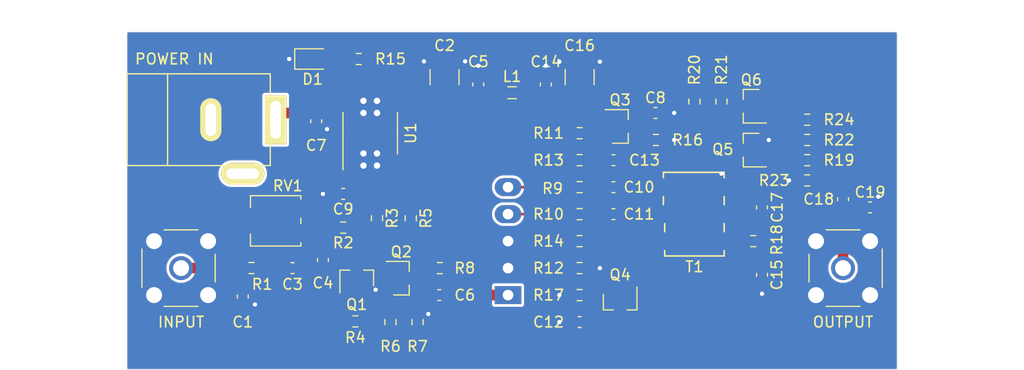
<source format=kicad_pcb>
(kicad_pcb (version 20221018) (generator pcbnew)
  (layers (0 "F.Cu" signal) (31 "B.Cu" signal) (34 "B.Paste" user) (35 "F.Paste" user) (36 "B.SilkS" user "B.Silkscreen") (37 "F.SilkS" user "F.Silkscreen") (38 "B.Mask" user) (39 "F.Mask" user) (44 "Edge.Cuts" user))
  (net 0 "")
  (net 1 "GND")
  (net 2 "Net-(J1-In)")
  (net 3 "+12V")
  (net 4 "Net-(Q1-B)")
  (net 5 "Net-(C3-Pad1)")
  (net 6 "Net-(C4-Pad1)")
  (net 7 "Net-(C6-Pad1)")
  (net 8 "Net-(Q2-E)")
  (net 9 "Net-(U1-IN)")
  (net 10 "Net-(Q3-C)")
  (net 11 "Net-(C10-Pad2)")
  (net 12 "Net-(Q3-B)")
  (net 13 "Net-(C11-Pad2)")
  (net 14 "Net-(Q4-B)")
  (net 15 "Net-(Q3-E)")
  (net 16 "Net-(C15-Pad1)")
  (net 17 "Net-(T1-AA)")
  (net 18 "Net-(Q5-B)")
  (net 19 "Net-(C18-Pad2)")
  (net 20 "Net-(J4-In)")
  (net 21 "Net-(D1-A)")
  (net 23 "Net-(J3-Pin_5)")
  (net 24 "Net-(R2-Pad2)")
  (net 25 "Net-(R4-Pad1)")
  (net 26 "Net-(R11-Pad2)")
  (net 27 "Net-(J3-Pin_4)")
  (net 28 "Net-(J3-Pin_1)")
  (net 29 "Net-(Q1-C)")
  (net 30 "Net-(Q2-C)")
  (net 31 "Net-(Q4-E)")
  (net 32 "Net-(Q5-C)")
  (net 33 "Net-(Q6-C)")
  (net 34 "Net-(Q6-E)")
  (net 35 "Net-(T1-SB)")
  (net 36 "Net-(R19-Pad1)")
  (footprint "Capacitor_SMD:C_0603_1608Metric" (layer "F.Cu") (at 120.1 104.275 -90)
    (fp_text reference "C1" (at 2.4 0 180) (layer "F.SilkS"))
    (fp_text value "10pF")
    (pad "1" smd roundrect (at -0.775 0 270) (size 0.9 0.95) (layers "F.Cu" "F.Paste" "F.Mask") (net 2 "Net-(J1-In)"))
    (pad "2" smd roundrect (at 0.775 0 270) (size 0.9 0.95) (layers "F.Cu" "F.Paste" "F.Mask") (net 1 "GND"))
  )
  (footprint "Capacitor_SMD:C_1210_3225Metric" (layer "F.Cu") (at 139.065 83.615 90)
    (fp_text reference "C2" (at 2.97 0 180) (layer "F.SilkS"))
    (fp_text value "10uF")
    (pad "1" smd roundrect (at -1.475 0 90) (size 1.15 2.7) (layers "F.Cu" "F.Paste" "F.Mask") (roundrect_rratio 0.2173904348) (net 3 "+12V"))
    (pad "2" smd roundrect (at 1.475 0 90) (size 1.15 2.7) (layers "F.Cu" "F.Paste" "F.Mask") (roundrect_rratio 0.2173904348) (net 1 "GND"))
  )
  (footprint "Capacitor_SMD:C_0603_1608Metric" (layer "F.Cu") (at 142.24 84.315 90)
    (fp_text reference "C5" (at 2.146 0 180) (layer "F.SilkS"))
    (fp_text value "0.1")
    (pad "1" smd roundrect (at -0.775 0 90) (size 0.9 0.95) (layers "F.Cu" "F.Paste" "F.Mask") (net 3 "+12V"))
    (pad "2" smd roundrect (at 0.775 0 90) (size 0.9 0.95) (layers "F.Cu" "F.Paste" "F.Mask") (net 1 "GND"))
  )
  (footprint "Capacitor_SMD:C_0603_1608Metric" (layer "F.Cu") (at 129.54 94.615 180)
    (fp_text reference "C9" (at 0 -1.43) (layer "F.SilkS"))
    (fp_text value "0.1")
    (pad "1" smd roundrect (at -0.775 0 180) (size 0.9 0.95) (layers "F.Cu" "F.Paste" "F.Mask") (net 3 "+12V"))
    (pad "2" smd roundrect (at 0.775 0 180) (size 0.9 0.95) (layers "F.Cu" "F.Paste" "F.Mask") (net 1 "GND"))
  )
  (footprint "Capacitor_SMD:C_0603_1608Metric" (layer "F.Cu") (at 138.57 104.14 180)
    (fp_text reference "C6" (at -2.4 0) (layer "F.SilkS"))
    (fp_text value "1nF")
    (pad "1" smd roundrect (at -0.775 0 180) (size 0.9 0.95) (layers "F.Cu" "F.Paste" "F.Mask") (net 7 "Net-(C6-Pad1)"))
    (pad "2" smd roundrect (at 0.775 0 180) (size 0.9 0.95) (layers "F.Cu" "F.Paste" "F.Mask") (net 8 "Net-(Q2-E)"))
  )
  (footprint "Capacitor_SMD:C_0603_1608Metric" (layer "F.Cu") (at 158.89 86.995)
    (fp_text reference "C8" (at 0 -1.43) (layer "F.SilkS"))
    (fp_text value "0.1")
    (pad "1" smd roundrect (at -0.775 0) (size 0.9 0.95) (layers "F.Cu" "F.Paste" "F.Mask") (net 10 "Net-(Q3-C)"))
    (pad "2" smd roundrect (at 0.775 0) (size 0.9 0.95) (layers "F.Cu" "F.Paste" "F.Mask") (net 1 "GND"))
  )
  (footprint "Capacitor_SMD:C_0603_1608Metric" (layer "F.Cu") (at 154.94 93.98 180)
    (fp_text reference "C10" (at -2.413 0) (layer "F.SilkS"))
    (fp_text value "270pF")
    (pad "1" smd roundrect (at -0.775 0 180) (size 0.9 0.95) (layers "F.Cu" "F.Paste" "F.Mask") (net 12 "Net-(Q3-B)"))
    (pad "2" smd roundrect (at 0.775 0 180) (size 0.9 0.95) (layers "F.Cu" "F.Paste" "F.Mask") (net 11 "Net-(C10-Pad2)"))
  )
  (footprint "Capacitor_SMD:C_0603_1608Metric" (layer "F.Cu") (at 154.94 96.52 180)
    (fp_text reference "C11" (at -2.413 0) (layer "F.SilkS"))
    (fp_text value "270pF")
    (pad "1" smd roundrect (at -0.775 0 180) (size 0.9 0.95) (layers "F.Cu" "F.Paste" "F.Mask") (net 14 "Net-(Q4-B)"))
    (pad "2" smd roundrect (at 0.775 0 180) (size 0.9 0.95) (layers "F.Cu" "F.Paste" "F.Mask") (net 13 "Net-(C11-Pad2)"))
  )
  (footprint "Capacitor_SMD:C_0603_1608Metric" (layer "F.Cu") (at 151.765 106.68 180)
    (fp_text reference "C12" (at 2.921 0) (layer "F.SilkS"))
    (fp_text value "0.1")
    (pad "1" smd roundrect (at -0.775 0 180) (size 0.9 0.95) (layers "F.Cu" "F.Paste" "F.Mask") (net 10 "Net-(Q3-C)"))
    (pad "2" smd roundrect (at 0.775 0 180) (size 0.9 0.95) (layers "F.Cu" "F.Paste" "F.Mask") (net 1 "GND"))
  )
  (footprint "Capacitor_SMD:C_0603_1608Metric" (layer "F.Cu") (at 154.94 91.44 180)
    (fp_text reference "C13" (at -2.921 0) (layer "F.SilkS"))
    (fp_text value "1nF")
    (pad "1" smd roundrect (at -0.775 0 180) (size 0.9 0.95) (layers "F.Cu" "F.Paste" "F.Mask") (net 17 "Net-(T1-AA)"))
    (pad "2" smd roundrect (at 0.775 0 180) (size 0.9 0.95) (layers "F.Cu" "F.Paste" "F.Mask") (net 15 "Net-(Q3-E)"))
  )
  (footprint "Capacitor_SMD:C_0603_1608Metric" (layer "F.Cu") (at 148.59 84.315 90)
    (fp_text reference "C14" (at 2.146 0 180) (layer "F.SilkS"))
    (fp_text value "0.1")
    (pad "1" smd roundrect (at -0.775 0 90) (size 0.9 0.95) (layers "F.Cu" "F.Paste" "F.Mask") (net 10 "Net-(Q3-C)"))
    (pad "2" smd roundrect (at 0.775 0 90) (size 0.9 0.95) (layers "F.Cu" "F.Paste" "F.Mask") (net 1 "GND"))
  )
  (footprint "Capacitor_SMD:C_0603_1608Metric" (layer "F.Cu") (at 168.91 102.235 -90)
    (fp_text reference "C15" (at 0 -1.397 90) (layer "F.SilkS"))
    (fp_text value "22pF")
    (pad "1" smd roundrect (at -0.775 0 270) (size 0.9 0.95) (layers "F.Cu" "F.Paste" "F.Mask") (net 16 "Net-(C15-Pad1)"))
    (pad "2" smd roundrect (at 0.775 0 270) (size 0.9 0.95) (layers "F.Cu" "F.Paste" "F.Mask") (net 1 "GND"))
  )
  (footprint "Capacitor_SMD:C_0603_1608Metric" (layer "F.Cu") (at 168.91 95.885 -90)
    (fp_text reference "C17" (at 0 -1.43 90) (layer "F.SilkS"))
    (fp_text value "1nF")
    (pad "1" smd roundrect (at -0.775 0 270) (size 0.9 0.95) (layers "F.Cu" "F.Paste" "F.Mask") (net 18 "Net-(Q5-B)"))
    (pad "2" smd roundrect (at 0.775 0 270) (size 0.9 0.95) (layers "F.Cu" "F.Paste" "F.Mask") (net 16 "Net-(C15-Pad1)"))
  )
  (footprint "Capacitor_SMD:C_0603_1608Metric" (layer "F.Cu") (at 176.53 95.11 90)
    (fp_text reference "C18" (at 0 -2.286 180) (layer "F.SilkS"))
    (fp_text value "1nF")
    (pad "1" smd roundrect (at -0.775 0 90) (size 0.9 0.95) (layers "F.Cu" "F.Paste" "F.Mask") (net 20 "Net-(J4-In)"))
    (pad "2" smd roundrect (at 0.775 0 90) (size 0.9 0.95) (layers "F.Cu" "F.Paste" "F.Mask") (net 19 "Net-(C18-Pad2)"))
  )
  (footprint "Capacitor_SMD:C_0603_1608Metric" (layer "F.Cu") (at 179.07 95.885)
    (fp_text reference "C19" (at 0 -1.43) (layer "F.SilkS"))
    (fp_text value "15pF")
    (pad "1" smd roundrect (at -0.775 0) (size 0.9 0.95) (layers "F.Cu" "F.Paste" "F.Mask") (net 20 "Net-(J4-In)"))
    (pad "2" smd roundrect (at 0.775 0) (size 0.9 0.95) (layers "F.Cu" "F.Paste" "F.Mask") (net 1 "GND"))
  )
  (footprint "Connector_Coaxial:SMA_Molex_73251-2200_Horizontal" (layer "F.Cu") (at 114.3 101.6 90)
    (fp_text reference "J1" hide)
    (fp_text value "INPUT" (at -5.08 0) (layer "F.SilkS"))
    (pad "1" thru_hole circle (at 0 0 90) (size 2.25 2.25) (drill 1.5) (layers "*.Cu" "*.Mask") (net 2 "Net-(J1-In)"))
    (pad "2" thru_hole circle (at -2.54 -2.54 90) (size 2.25 2.25) (drill 1.5) (layers "*.Cu" "*.Mask") (net 1 "GND"))
    (pad "2" thru_hole circle (at -2.54 2.54 90) (size 2.25 2.25) (drill 1.5) (layers "*.Cu" "*.Mask") (net 1 "GND"))
    (pad "2" thru_hole circle (at 2.54 -2.54 90) (size 2.25 2.25) (drill 1.5) (layers "*.Cu" "*.Mask") (net 1 "GND"))
    (pad "2" thru_hole circle (at 2.54 2.54 180) (size 2.25 2.25) (drill 1.5) (layers "*.Cu" "*.Mask") (net 1 "GND"))
  )
  (footprint "Connector_Coaxial:SMA_Molex_73251-2200_Horizontal" (layer "F.Cu") (at 176.53 101.6 -90)
    (fp_text reference "J4" hide)
    (fp_text value "OUTPUT" (at 5.08 0 180) (layer "F.SilkS"))
    (pad "1" thru_hole circle (at 0 0 270) (size 2.25 2.25) (drill 1.5) (layers "*.Cu" "*.Mask") (net 20 "Net-(J4-In)"))
    (pad "2" thru_hole circle (at -2.54 -2.54 270) (size 2.25 2.25) (drill 1.5) (layers "*.Cu" "*.Mask") (net 1 "GND"))
    (pad "2" thru_hole circle (at -2.54 2.54 270) (size 2.25 2.25) (drill 1.5) (layers "*.Cu" "*.Mask") (net 1 "GND"))
    (pad "2" thru_hole circle (at 2.54 -2.54 270) (size 2.25 2.25) (drill 1.5) (layers "*.Cu" "*.Mask") (net 1 "GND"))
    (pad "2" thru_hole circle (at 2.54 2.54) (size 2.25 2.25) (drill 1.5) (layers "*.Cu" "*.Mask") (net 1 "GND"))
  )
  (footprint "Package_TO_SOT_SMD:SOT-23" (layer "F.Cu") (at 130.81 102.55 90)
    (fp_text reference "Q1" (at -2.479 0 180) (layer "F.SilkS"))
    (fp_text value "MMBTH10LT1G")
    (pad "1" smd rect (at -1 -0.95 90) (size 0.9 0.8) (layers "F.Cu" "F.Paste" "F.Mask") (net 4 "Net-(Q1-B)"))
    (pad "2" smd rect (at -1 0.95 90) (size 0.9 0.8) (layers "F.Cu" "F.Paste" "F.Mask") (net 1 "GND"))
    (pad "3" smd rect (at 1 0 90) (size 0.9 0.8) (layers "F.Cu" "F.Paste" "F.Mask") (net 29 "Net-(Q1-C)"))
  )
  (footprint "Package_TO_SOT_SMD:SOT-23" (layer "F.Cu") (at 155.575 88.265)
    (fp_text reference "Q3" (at 0 -2.5) (layer "F.SilkS"))
    (fp_text value "MMBTH10LT1G")
    (pad "1" smd rect (at -1 -0.95) (size 0.9 0.8) (layers "F.Cu" "F.Paste" "F.Mask") (net 12 "Net-(Q3-B)"))
    (pad "2" smd rect (at -1 0.95) (size 0.9 0.8) (layers "F.Cu" "F.Paste" "F.Mask") (net 15 "Net-(Q3-E)"))
    (pad "3" smd rect (at 1 0) (size 0.9 0.8) (layers "F.Cu" "F.Paste" "F.Mask") (net 10 "Net-(Q3-C)"))
  )
  (footprint "Package_TO_SOT_SMD:SOT-23" (layer "F.Cu") (at 155.575 104.775 -90)
    (fp_text reference "Q4" (at -2.54 0 180) (layer "F.SilkS"))
    (fp_text value "MMBTH10LT1G")
    (pad "1" smd rect (at -1 -0.95 270) (size 0.9 0.8) (layers "F.Cu" "F.Paste" "F.Mask") (net 14 "Net-(Q4-B)"))
    (pad "2" smd rect (at -1 0.95 270) (size 0.9 0.8) (layers "F.Cu" "F.Paste" "F.Mask") (net 31 "Net-(Q4-E)"))
    (pad "3" smd rect (at 1 0 270) (size 0.9 0.8) (layers "F.Cu" "F.Paste" "F.Mask") (net 10 "Net-(Q3-C)"))
  )
  (footprint "Package_TO_SOT_SMD:SOT-23" (layer "F.Cu") (at 167.91 90.49 180)
    (fp_text reference "Q5" (at 2.683 0.066) (layer "F.SilkS"))
    (fp_text value "MMBTH10LT1G")
    (pad "1" smd rect (at -1 -0.95 180) (size 0.9 0.8) (layers "F.Cu" "F.Paste" "F.Mask") (net 18 "Net-(Q5-B)"))
    (pad "2" smd rect (at -1 0.95 180) (size 0.9 0.8) (layers "F.Cu" "F.Paste" "F.Mask") (net 1 "GND"))
    (pad "3" smd rect (at 1 0 180) (size 0.9 0.8) (layers "F.Cu" "F.Paste" "F.Mask") (net 32 "Net-(Q5-C)"))
  )
  (footprint "Resistor_SMD:R_0603_1608Metric" (layer "F.Cu") (at 120.925 101.595 180)
    (fp_text reference "R1" (at -0.995 -1.529) (layer "F.SilkS"))
    (fp_text value "47")
    (pad "1" smd roundrect (at -0.825 0 180) (size 0.8 0.95) (layers "F.Cu" "F.Paste" "F.Mask") (net 5 "Net-(C3-Pad1)"))
    (pad "2" smd roundrect (at 0.825 0 180) (size 0.8 0.95) (layers "F.Cu" "F.Paste" "F.Mask") (net 2 "Net-(J1-In)"))
  )
  (footprint "Resistor_SMD:R_0603_1608Metric" (layer "F.Cu") (at 129.54 97.79 180)
    (fp_text reference "R2" (at 0 -1.43) (layer "F.SilkS"))
    (fp_text value "150")
    (pad "1" smd roundrect (at -0.825 0 180) (size 0.8 0.95) (layers "F.Cu" "F.Paste" "F.Mask") (net 29 "Net-(Q1-C)"))
    (pad "2" smd roundrect (at 0.825 0 180) (size 0.8 0.95) (layers "F.Cu" "F.Paste" "F.Mask") (net 24 "Net-(R2-Pad2)"))
  )
  (footprint "Resistor_SMD:R_0603_1608Metric" (layer "F.Cu") (at 132.715 96.901 -90)
    (fp_text reference "R3" (at 0 -1.43 90) (layer "F.SilkS"))
    (fp_text value "270")
    (pad "1" smd roundrect (at -0.825 0 270) (size 0.8 0.95) (layers "F.Cu" "F.Paste" "F.Mask") (net 3 "+12V"))
    (pad "2" smd roundrect (at 0.825 0 270) (size 0.8 0.95) (layers "F.Cu" "F.Paste" "F.Mask") (net 29 "Net-(Q1-C)"))
  )
  (footprint "Resistor_SMD:R_0603_1608Metric" (layer "F.Cu") (at 130.6825 106.6165 180)
    (fp_text reference "R4" (at 0 -1.524) (layer "F.SilkS"))
    (fp_text value "390")
    (pad "1" smd roundrect (at -0.825 0 180) (size 0.8 0.95) (layers "F.Cu" "F.Paste" "F.Mask") (net 25 "Net-(R4-Pad1)"))
    (pad "2" smd roundrect (at 0.825 0 180) (size 0.8 0.95) (layers "F.Cu" "F.Paste" "F.Mask") (net 4 "Net-(Q1-B)"))
  )
  (footprint "Resistor_SMD:R_0603_1608Metric" (layer "F.Cu") (at 135.89 96.901 -90)
    (fp_text reference "R5" (at 0 -1.43 90) (layer "F.SilkS"))
    (fp_text value "10")
    (pad "1" smd roundrect (at -0.825 0 270) (size 0.8 0.95) (layers "F.Cu" "F.Paste" "F.Mask") (net 3 "+12V"))
    (pad "2" smd roundrect (at 0.825 0 270) (size 0.8 0.95) (layers "F.Cu" "F.Paste" "F.Mask") (net 30 "Net-(Q2-C)"))
  )
  (footprint "Resistor_SMD:R_0603_1608Metric" (layer "F.Cu") (at 133.985 106.68 -90)
    (fp_text reference "R6" (at 2.286 0 180) (layer "F.SilkS"))
    (fp_text value "120")
    (pad "1" smd roundrect (at -0.825 0 270) (size 0.8 0.95) (layers "F.Cu" "F.Paste" "F.Mask") (net 8 "Net-(Q2-E)"))
    (pad "2" smd roundrect (at 0.825 0 270) (size 0.8 0.95) (layers "F.Cu" "F.Paste" "F.Mask") (net 25 "Net-(R4-Pad1)"))
  )
  (footprint "Resistor_SMD:R_0603_1608Metric" (layer "F.Cu") (at 136.525 106.68 90)
    (fp_text reference "R7" (at -2.286 0 180) (layer "F.SilkS"))
    (fp_text value "20")
    (pad "1" smd roundrect (at -0.825 0 90) (size 0.8 0.95) (layers "F.Cu" "F.Paste" "F.Mask") (net 25 "Net-(R4-Pad1)"))
    (pad "2" smd roundrect (at 0.825 0 90) (size 0.8 0.95) (layers "F.Cu" "F.Paste" "F.Mask") (net 1 "GND"))
  )
  (footprint "Resistor_SMD:R_0603_1608Metric" (layer "F.Cu") (at 138.62 101.6 180)
    (fp_text reference "R8" (at -2.35 0) (layer "F.SilkS"))
    (fp_text value "47")
    (pad "1" smd roundrect (at -0.825 0 180) (size 0.8 0.95) (layers "F.Cu" "F.Paste" "F.Mask") (net 28 "Net-(J3-Pin_1)"))
    (pad "2" smd roundrect (at 0.825 0 180) (size 0.8 0.95) (layers "F.Cu" "F.Paste" "F.Mask") (net 7 "Net-(C6-Pad1)"))
  )
  (footprint "Resistor_SMD:R_0603_1608Metric" (layer "F.Cu") (at 151.765 93.98 180)
    (fp_text reference "R9" (at 2.54 -0.127) (layer "F.SilkS"))
    (fp_text value "91")
    (pad "1" smd roundrect (at -0.825 0 180) (size 0.8 0.95) (layers "F.Cu" "F.Paste" "F.Mask") (net 11 "Net-(C10-Pad2)"))
    (pad "2" smd roundrect (at 0.825 0 180) (size 0.8 0.95) (layers "F.Cu" "F.Paste" "F.Mask") (net 23 "Net-(J3-Pin_5)"))
  )
  (footprint "Resistor_SMD:R_0603_1608Metric" (layer "F.Cu") (at 151.765 88.9 180)
    (fp_text reference "R11" (at 2.921 0) (layer "F.SilkS"))
    (fp_text value "2K2")
    (pad "1" smd roundrect (at -0.825 0 180) (size 0.8 0.95) (layers "F.Cu" "F.Paste" "F.Mask") (net 10 "Net-(Q3-C)"))
    (pad "2" smd roundrect (at 0.825 0 180) (size 0.8 0.95) (layers "F.Cu" "F.Paste" "F.Mask") (net 26 "Net-(R11-Pad2)"))
  )
  (footprint "Resistor_SMD:R_0603_1608Metric" (layer "F.Cu") (at 151.765 101.6)
    (fp_text reference "R12" (at -2.921 0) (layer "F.SilkS"))
    (fp_text value "3K3")
    (pad "1" smd roundrect (at -0.825 0) (size 0.8 0.95) (layers "F.Cu" "F.Paste" "F.Mask") (net 26 "Net-(R11-Pad2)"))
    (pad "2" smd roundrect (at 0.825 0) (size 0.8 0.95) (layers "F.Cu" "F.Paste" "F.Mask") (net 1 "GND"))
  )
  (footprint "Resistor_SMD:R_0603_1608Metric" (layer "F.Cu") (at 151.765 99.06 180)
    (fp_text reference "R14" (at 2.921 0) (layer "F.SilkS"))
    (fp_text value "1K2")
    (pad "1" smd roundrect (at -0.825 0 180) (size 0.8 0.95) (layers "F.Cu" "F.Paste" "F.Mask") (net 14 "Net-(Q4-B)"))
    (pad "2" smd roundrect (at 0.825 0 180) (size 0.8 0.95) (layers "F.Cu" "F.Paste" "F.Mask") (net 26 "Net-(R11-Pad2)"))
  )
  (footprint "Resistor_SMD:R_0603_1608Metric" (layer "F.Cu") (at 151.765 104.14)
    (fp_text reference "R17" (at -2.921 0) (layer "F.SilkS"))
    (fp_text value "2K7")
    (pad "1" smd roundrect (at -0.825 0) (size 0.8 0.95) (layers "F.Cu" "F.Paste" "F.Mask") (net 1 "GND"))
    (pad "2" smd roundrect (at 0.825 0) (size 0.8 0.95) (layers "F.Cu" "F.Paste" "F.Mask") (net 31 "Net-(Q4-E)"))
  )
  (footprint "Resistor_SMD:R_0603_1608Metric" (layer "F.Cu") (at 168.085 99.06 180)
    (fp_text reference "R18" (at -2.222 0.127 90) (layer "F.SilkS"))
    (fp_text value "47")
    (pad "1" smd roundrect (at -0.825 0 180) (size 0.8 0.95) (layers "F.Cu" "F.Paste" "F.Mask") (net 16 "Net-(C15-Pad1)"))
    (pad "2" smd roundrect (at 0.825 0 180) (size 0.8 0.95) (layers "F.Cu" "F.Paste" "F.Mask") (net 35 "Net-(T1-SB)"))
  )
  (footprint "Resistor_SMD:R_0603_1608Metric" (layer "F.Cu") (at 173.165 89.535)
    (fp_text reference "R22" (at 2.984 0) (layer "F.SilkS"))
    (fp_text value "270")
    (pad "1" smd roundrect (at -0.825 0) (size 0.8 0.95) (layers "F.Cu" "F.Paste" "F.Mask") (net 34 "Net-(Q6-E)"))
    (pad "2" smd roundrect (at 0.825 0) (size 0.8 0.95) (layers "F.Cu" "F.Paste" "F.Mask") (net 36 "Net-(R19-Pad1)"))
  )
  (footprint "Resistor_SMD:R_0603_1608Metric" (layer "F.Cu") (at 173.165 93.345 180)
    (fp_text reference "R23" (at 3.112 0) (layer "F.SilkS"))
    (fp_text value "39")
    (pad "1" smd roundrect (at -0.825 0 180) (size 0.8 0.95) (layers "F.Cu" "F.Paste" "F.Mask") (net 36 "Net-(R19-Pad1)"))
    (pad "2" smd roundrect (at 0.825 0 180) (size 0.8 0.95) (layers "F.Cu" "F.Paste" "F.Mask") (net 1 "GND"))
  )
  (footprint "Potentiometer_SMD:Potentiometer_Bourns_3314G_Vertical" (layer "F.Cu") (at 123.19 97.155 -90)
    (fp_text reference "RV1" (at -3.302 -1.143 180) (layer "F.SilkS"))
    (fp_text value "220")
    (pad "1" smd rect (at 1.15 -2.75 270) (size 1.3 1.3) (layers "F.Cu" "F.Paste" "F.Mask") (net 6 "Net-(C4-Pad1)"))
    (pad "2" smd rect (at 0 2.75 270) (size 2 1.3) (layers "F.Cu" "F.Paste" "F.Mask") (net 24 "Net-(R2-Pad2)"))
    (pad "3" smd rect (at -1.15 -2.75 270) (size 1.3 1.3) (layers "F.Cu" "F.Paste" "F.Mask") (net 24 "Net-(R2-Pad2)"))
  )
  (footprint "ADT4:ADT4" (layer "F.Cu") (at 162.56 96.52 -90)
    (fp_text reference "T1" (at 4.953 0 180) (layer "F.SilkS"))
    (fp_text value "ADT2-1T+")
    (pad "1" smd rect (at -2.54 2.54 270) (size 1.65 2.54) (layers "F.Cu" "F.Paste" "F.Mask") (net 17 "Net-(T1-AA)"))
    (pad "2" smd rect (at 0 2.54 270) (size 1.65 2.54) (layers "F.Cu" "F.Paste" "F.Mask"))
    (pad "3" smd rect (at 2.54 2.54 270) (size 1.65 2.54) (layers "F.Cu" "F.Paste" "F.Mask") (net 31 "Net-(Q4-E)"))
    (pad "4" smd rect (at 2.54 -2.54 270) (size 1.65 2.54) (layers "F.Cu" "F.Paste" "F.Mask") (net 35 "Net-(T1-SB)"))
    (pad "5" smd rect (at 0 -2.54 270) (size 1.65 2.54) (layers "F.Cu" "F.Paste" "F.Mask"))
    (pad "6" smd rect (at -2.54 -2.54 270) (size 1.65 2.54) (layers "F.Cu" "F.Paste" "F.Mask") (net 1 "GND"))
  )
  (footprint "Capacitor_SMD:C_0603_1608Metric" (layer "F.Cu") (at 127 87.77 -90)
    (fp_text reference "C7" (at 2.273 0 180) (layer "F.SilkS"))
    (fp_text value "0.1")
    (pad "1" smd roundrect (at -0.775 0 270) (size 0.9 0.95) (layers "F.Cu" "F.Paste" "F.Mask") (net 9 "Net-(U1-IN)"))
    (pad "2" smd roundrect (at 0.775 0 270) (size 0.9 0.95) (layers "F.Cu" "F.Paste" "F.Mask") (net 1 "GND"))
  )
  (footprint "DC_JACK:DC_JACK" (layer "F.Cu") (at 109.22 87.63 90)
    (fp_text reference "J2" hide)
    (fp_text value "POWER IN" (at 5.715 4.445 180) (layer "F.SilkS"))
    (pad "1" thru_hole rect (at 0 13.97) (size 1.99898 4.5593) (drill oval 1.00076 3.56108) (layers "*.Cu" "*.Mask" "F.SilkS") (net 9 "Net-(U1-IN)"))
    (pad "2" thru_hole oval (at 0 7.874) (size 1.99898 4.0513) (drill oval 1.00076 3.05054) (layers "*.Cu" "*.Mask" "F.SilkS") (net 1 "GND"))
    (pad "3" thru_hole oval (at -5.08 10.87374) (size 4.0513 1.99898) (drill oval 3.05054 1.00076) (layers "*.Cu" "*.Mask" "F.SilkS"))
  )
  (footprint "Package_SO:SOIC-8_3.9x4.9mm_P1.27mm" (layer "F.Cu") (at 132.08 88.9 90)
    (fp_text reference "U1" (at 0 3.81 270) (layer "F.SilkS"))
    (fp_text value "L78L12_SO8")
    (pad "1" smd roundrect (at -2.475 -1.905 90) (size 1.95 0.6) (layers "F.Cu" "F.Paste" "F.Mask") (net 3 "+12V"))
    (pad "2" smd roundrect (at -2.475 -0.635 90) (size 1.95 0.6) (layers "F.Cu" "F.Paste" "F.Mask") (net 1 "GND"))
    (pad "3" smd roundrect (at -2.475 0.635 90) (size 1.95 0.6) (layers "F.Cu" "F.Paste" "F.Mask") (net 1 "GND"))
    (pad "4" smd roundrect (at -2.475 1.905 90) (size 1.95 0.6) (layers "F.Cu" "F.Paste" "F.Mask"))
    (pad "5" smd roundrect (at 2.475 1.905 90) (size 1.95 0.6) (layers "F.Cu" "F.Paste" "F.Mask"))
    (pad "6" smd roundrect (at 2.475 0.635 90) (size 1.95 0.6) (layers "F.Cu" "F.Paste" "F.Mask") (net 1 "GND"))
    (pad "7" smd roundrect (at 2.475 -0.635 90) (size 1.95 0.6) (layers "F.Cu" "F.Paste" "F.Mask") (net 1 "GND"))
    (pad "8" smd roundrect (at 2.475 -1.905 90) (size 1.95 0.6) (layers "F.Cu" "F.Paste" "F.Mask") (net 9 "Net-(U1-IN)"))
  )
  (footprint "Capacitor_SMD:C_0603_1608Metric" (layer "F.Cu") (at 127.635 100.825 -90)
    (fp_text reference "C4" (at 2.172 0 180) (layer "F.SilkS"))
    (fp_text value "10nF")
    (pad "1" smd roundrect (at -0.775 0 270) (size 0.9 0.95) (layers "F.Cu" "F.Paste" "F.Mask") (net 6 "Net-(C4-Pad1)"))
    (pad "2" smd roundrect (at 0.775 0 270) (size 0.9 0.95) (layers "F.Cu" "F.Paste" "F.Mask") (net 4 "Net-(Q1-B)"))
  )
  (footprint "Resistor_SMD:R_0603_1608Metric" (layer "F.Cu") (at 151.765 96.52 180)
    (fp_text reference "R10" (at 2.921 0) (layer "F.SilkS"))
    (fp_text value "91")
    (pad "1" smd roundrect (at -0.825 0 180) (size 0.8 0.95) (layers "F.Cu" "F.Paste" "F.Mask") (net 13 "Net-(C11-Pad2)"))
    (pad "2" smd roundrect (at 0.825 0 180) (size 0.8 0.95) (layers "F.Cu" "F.Paste" "F.Mask") (net 27 "Net-(J3-Pin_4)"))
  )
  (footprint "Resistor_SMD:R_0603_1608Metric" (layer "F.Cu") (at 173.165 87.63 180)
    (fp_text reference "R24" (at -2.984 0) (layer "F.SilkS"))
    (fp_text value "47")
    (pad "1" smd roundrect (at -0.825 0 180) (size 0.8 0.95) (layers "F.Cu" "F.Paste" "F.Mask") (net 19 "Net-(C18-Pad2)"))
    (pad "2" smd roundrect (at 0.825 0 180) (size 0.8 0.95) (layers "F.Cu" "F.Paste" "F.Mask") (net 34 "Net-(Q6-E)"))
  )
  (footprint "Resistor_SMD:R_0603_1608Metric" (layer "F.Cu") (at 158.94 89.535 180)
    (fp_text reference "R16" (at -2.985 0) (layer "F.SilkS"))
    (fp_text value "2K7")
    (pad "1" smd roundrect (at -0.825 0 180) (size 0.8 0.95) (layers "F.Cu" "F.Paste" "F.Mask") (net 1 "GND"))
    (pad "2" smd roundrect (at 0.825 0 180) (size 0.8 0.95) (layers "F.Cu" "F.Paste" "F.Mask") (net 15 "Net-(Q3-E)"))
  )
  (footprint "Resistor_SMD:R_0603_1608Metric" (layer "F.Cu") (at 173.165 91.44 180)
    (fp_text reference "R19" (at -2.984 0) (layer "F.SilkS"))
    (fp_text value "56")
    (pad "1" smd roundrect (at -0.825 0 180) (size 0.8 0.95) (layers "F.Cu" "F.Paste" "F.Mask") (net 36 "Net-(R19-Pad1)"))
    (pad "2" smd roundrect (at 0.825 0 180) (size 0.8 0.95) (layers "F.Cu" "F.Paste" "F.Mask") (net 18 "Net-(Q5-B)"))
  )
  (footprint "Package_TO_SOT_SMD:SOT-23" (layer "F.Cu") (at 167.91 86.36 180)
    (fp_text reference "Q6" (at 0 2.479) (layer "F.SilkS"))
    (fp_text value "MMBTH10LT1G")
    (pad "1" smd rect (at -1 -0.95 180) (size 0.9 0.8) (layers "F.Cu" "F.Paste" "F.Mask") (net 32 "Net-(Q5-C)"))
    (pad "2" smd rect (at -1 0.95 180) (size 0.9 0.8) (layers "F.Cu" "F.Paste" "F.Mask") (net 34 "Net-(Q6-E)"))
    (pad "3" smd rect (at 1 0 180) (size 0.9 0.8) (layers "F.Cu" "F.Paste" "F.Mask") (net 33 "Net-(Q6-C)"))
  )
  (footprint "Resistor_SMD:R_0603_1608Metric" (layer "F.Cu") (at 162.56 85.915 90)
    (fp_text reference "R20" (at 2.985 0 90) (layer "F.SilkS"))
    (fp_text value "560")
    (pad "1" smd roundrect (at -0.825 0 90) (size 0.8 0.95) (layers "F.Cu" "F.Paste" "F.Mask") (net 32 "Net-(Q5-C)"))
    (pad "2" smd roundrect (at 0.825 0 90) (size 0.8 0.95) (layers "F.Cu" "F.Paste" "F.Mask") (net 10 "Net-(Q3-C)"))
  )
  (footprint "Resistor_SMD:R_0603_1608Metric" (layer "F.Cu") (at 151.765 91.44 180)
    (fp_text reference "R13" (at 2.921 0) (layer "F.SilkS"))
    (fp_text value "1K2")
    (pad "1" smd roundrect (at -0.825 0 180) (size 0.8 0.95) (layers "F.Cu" "F.Paste" "F.Mask") (net 12 "Net-(Q3-B)"))
    (pad "2" smd roundrect (at 0.825 0 180) (size 0.8 0.95) (layers "F.Cu" "F.Paste" "F.Mask") (net 26 "Net-(R11-Pad2)"))
  )
  (footprint "Capacitor_SMD:C_1210_3225Metric" (layer "F.Cu") (at 151.765 83.615 90)
    (fp_text reference "C16" (at 2.97 0 180) (layer "F.SilkS"))
    (fp_text value "10uF")
    (pad "1" smd roundrect (at -1.475 0 90) (size 1.15 2.7) (layers "F.Cu" "F.Paste" "F.Mask") (roundrect_rratio 0.2173904348) (net 10 "Net-(Q3-C)"))
    (pad "2" smd roundrect (at 1.475 0 90) (size 1.15 2.7) (layers "F.Cu" "F.Paste" "F.Mask") (roundrect_rratio 0.2173904348) (net 1 "GND"))
  )
  (footprint "Package_TO_SOT_SMD:SOT-23" (layer "F.Cu") (at 134.985 102.55)
    (fp_text reference "Q2" (at 0.016 -2.474) (layer "F.SilkS"))
    (fp_text value "MMBTH10LT1G")
    (pad "1" smd rect (at -1 -0.95) (size 0.9 0.8) (layers "F.Cu" "F.Paste" "F.Mask") (net 29 "Net-(Q1-C)"))
    (pad "2" smd rect (at -1 0.95) (size 0.9 0.8) (layers "F.Cu" "F.Paste" "F.Mask") (net 8 "Net-(Q2-E)"))
    (pad "3" smd rect (at 1 0) (size 0.9 0.8) (layers "F.Cu" "F.Paste" "F.Mask") (net 30 "Net-(Q2-C)"))
  )
  (footprint "Connector_PinSocket_2.54mm:PinSocket_1x05_P2.54mm_Vertical" (layer "F.Cu") (at 145.034 104.14 180)
    (fp_text reference "J3" hide)
    (fp_text value "SAWF")
    (pad "1" thru_hole rect (at 0 0 180) (size 2.5 1.7) (drill 1) (layers "*.Cu" "*.Mask") (net 28 "Net-(J3-Pin_1)"))
    (pad "2" thru_hole oval (at 0 2.54 180) (size 2.5 1.7) (drill 1) (layers "*.Cu" "*.Mask") (net 1 "GND"))
    (pad "3" thru_hole oval (at 0 5.08 180) (size 2.5 1.7) (drill 1) (layers "*.Cu" "*.Mask") (net 1 "GND"))
    (pad "4" thru_hole oval (at 0 7.62 180) (size 2.5 1.7) (drill 1) (layers "*.Cu" "*.Mask") (net 27 "Net-(J3-Pin_4)"))
    (pad "5" thru_hole oval (at 0 10.16 180) (size 2.5 1.7) (drill 1) (layers "*.Cu" "*.Mask") (net 23 "Net-(J3-Pin_5)"))
  )
  (footprint "LED_SMD:LED_0805_2012Metric" (layer "F.Cu") (at 126.6675 81.915)
    (fp_text reference "D1" (at 0 1.905) (layer "F.SilkS"))
    (fp_text value "LED")
    (pad "1" smd roundrect (at -0.9375 0) (size 0.975 1.4) (layers "F.Cu" "F.Paste" "F.Mask") (net 1 "GND"))
    (pad "2" smd roundrect (at 0.9375 0) (size 0.975 1.4) (layers "F.Cu" "F.Paste" "F.Mask") (net 21 "Net-(D1-A)"))
  )
  (footprint "Resistor_SMD:R_0603_1608Metric" (layer "F.Cu") (at 131 81.915 180)
    (fp_text reference "R15" (at -2.985 0) (layer "F.SilkS"))
    (fp_text value "R")
    (pad "1" smd roundrect (at -0.825 0 180) (size 0.8 0.95) (layers "F.Cu" "F.Paste" "F.Mask") (net 3 "+12V"))
    (pad "2" smd roundrect (at 0.825 0 180) (size 0.8 0.95) (layers "F.Cu" "F.Paste" "F.Mask") (net 21 "Net-(D1-A)"))
  )
  (footprint "Resistor_SMD:R_0603_1608Metric" (layer "F.Cu") (at 165.1 85.915 -90)
    (fp_text reference "R21" (at -2.985 0 90) (layer "F.SilkS"))
    (fp_text value "10")
    (pad "1" smd roundrect (at -0.825 0 270) (size 0.8 0.95) (layers "F.Cu" "F.Paste" "F.Mask") (net 10 "Net-(Q3-C)"))
    (pad "2" smd roundrect (at 0.825 0 270) (size 0.8 0.95) (layers "F.Cu" "F.Paste" "F.Mask") (net 33 "Net-(Q6-C)"))
  )
  (footprint "Inductor_SMD:L_0805_2012Metric" (layer "F.Cu") (at 145.415 85.09)
    (fp_text reference "L1" (at 0 -1.524) (layer "F.SilkS"))
    (fp_text value "4.7uH")
    (pad "1" smd roundrect (at -1.0625 0) (size 0.875 1.2) (layers "F.Cu" "F.Paste" "F.Mask") (net 3 "+12V"))
    (pad "2" smd roundrect (at 1.0625 0) (size 0.875 1.2) (layers "F.Cu" "F.Paste" "F.Mask") (net 10 "Net-(Q3-C)"))
  )
  (footprint "Capacitor_SMD:C_0603_1608Metric" (layer "F.Cu") (at 124.775 101.6)
    (fp_text reference "C3" (at 0 1.524) (layer "F.SilkS"))
    (fp_text value "1nF")
    (pad "1" smd roundrect (at -0.775 0) (size 0.9 0.95) (layers "F.Cu" "F.Paste" "F.Mask") (net 5 "Net-(C3-Pad1)"))
    (pad "2" smd roundrect (at 0.775 0) (size 0.9 0.95) (layers "F.Cu" "F.Paste" "F.Mask") (net 4 "Net-(Q1-B)"))
  )
  (gr_line (start 109.22 111.125) (end 109.22 79.375) (stroke (width 0.05)) (layer "Edge.Cuts"))
  (gr_line (start 180.975 79.375) (end 181.61 79.375) (stroke (width 0.05)) (layer "Edge.Cuts"))
  (gr_line (start 181.61 79.375) (end 181.61 111.125) (stroke (width 0.05)) (layer "Edge.Cuts"))
  (gr_line (start 109.22 79.375) (end 180.975 79.375) (stroke (width 0.05)) (layer "Edge.Cuts"))
  (gr_line (start 181.61 111.125) (end 109.22 111.125) (stroke (width 0.05)) (layer "Edge.Cuts"))
  (segment (start 168.91 104.013) (end 168.91 103.01) (width 1) (layer "F.Cu") (net 1))
  (segment (start 137.478 105.855) (end 137.541 105.918) (width 1) (layer "F.Cu") (net 1))
  (segment (start 132.715 91.375) (end 132.715 90.805016) (width 1) (layer "F.Cu") (net 1))
  (segment (start 150.94 106.68) (end 149.86 106.68) (width 0.25) (layer "F.Cu") (net 1))
  (segment (start 165.1 93.98) (end 165.1 92.71) (width 1) (layer "F.Cu") (net 1))
  (segment (start 153.641 82.14) (end 153.67 82.169) (width 1) (layer "F.Cu") (net 1))
  (segment (start 132.715 86.425) (end 132.715 85.851978) (width 1) (layer "F.Cu") (net 1))
  (segment (start 168.91 89.54) (end 169.54 89.54) (width 0.25) (layer "F.Cu") (net 1))
  (segment (start 131.445 91.375) (end 131.445 91.948) (width 1) (layer "F.Cu") (net 1))
  (segment (start 139.065 82.14) (end 140.999 82.14) (width 1) (layer "F.Cu") (net 1))
  (segment (start 148.59 83.54) (end 148.59 82.55) (width 1) (layer "F.Cu") (net 1))
  (segment (start 120.1 105.05) (end 121.217 105.05) (width 1) (layer "F.Cu") (net 1))
  (segment (start 149.888992 82.14) (end 149.859992 82.169) (width 1) (layer "F.Cu") (net 1))
  (segment (start 131.445 90.80501) (end 131.44499 90.805) (width 1) (layer "F.Cu") (net 1))
  (segment (start 160.655 86.995) (end 159.665 86.995) (width 0.25) (layer "F.Cu") (net 1))
  (segment (start 179.845 94.882012) (end 179.831988 94.869) (width 1) (layer "F.Cu") (net 1))
  (segment (start 172.34 93.345) (end 171.45 93.345) (width 1) (layer "F.Cu") (net 1))
  (segment (start 136.525 105.855) (end 137.478 105.855) (width 1) (layer "F.Cu") (net 1))
  (segment (start 149.86 104.14) (end 150.99 104.14) (width 0.25) (layer "F.Cu") (net 1))
  (segment (start 151.765 82.14) (end 149.888992 82.14) (width 1) (layer "F.Cu") (net 1))
  (segment (start 121.217 105.05) (end 121.243 105.024) (width 1) (layer "F.Cu") (net 1))
  (segment (start 128.765 94.615) (end 127.635 94.615) (width 1) (layer "F.Cu") (net 1))
  (segment (start 127.026 88.519) (end 127 88.545) (width 1) (layer "F.Cu") (net 1))
  (segment (start 131.445 86.425) (end 131.445 85.85199) (width 1) (layer "F.Cu") (net 1))
  (segment (start 142.24 83.54) (end 142.24 83.381) (width 0.25) (layer "F.Cu") (net 1))
  (segment (start 131.445 91.375) (end 131.445 90.80501) (width 1) (layer "F.Cu") (net 1))
  (segment (start 132.506 103.55) (end 132.588 103.632) (width 1) (layer "F.Cu") (net 1))
  (segment (start 128.016 88.519) (end 127.026 88.519) (width 1) (layer "F.Cu") (net 1))
  (segment (start 132.715 91.375) (end 132.715 91.948) (width 1) (layer "F.Cu") (net 1))
  (segment (start 131.445 86.425) (end 131.445 86.995) (width 1) (layer "F.Cu") (net 1))
  (segment (start 142.24 83.54) (end 142.24 82.55) (width 1) (layer "F.Cu") (net 1))
  (segment (start 148.59 83.54) (end 148.59 83.438992) (width 0.25) (layer "F.Cu") (net 1))
  (segment (start 160.655 89.535) (end 159.765 89.535) (width 0.25) (layer "F.Cu") (net 1))
  (segment (start 152.59 101.6) (end 153.67 101.6) (width 0.25) (layer "F.Cu") (net 1))
  (segment (start 179.845 95.885) (end 179.845 94.882012) (width 1) (layer "F.Cu") (net 1))
  (segment (start 125.73 81.915) (end 124.46 81.915) (width 0.25) (layer "F.Cu") (net 1))
  (segment (start 151.765 82.14) (end 153.641 82.14) (width 1) (layer "F.Cu") (net 1))
  (segment (start 132.715 86.99499) (end 132.71501 86.995) (width 1) (layer "F.Cu") (net 1))
  (segment (start 169.54 89.54) (end 169.545 89.535) (width 0.25) (layer "F.Cu") (net 1))
  (segment (start 132.715 86.425) (end 132.715 86.99499) (width 1) (layer "F.Cu") (net 1))
  (segment (start 139.065 82.14) (end 137.131 82.14) (width 1) (layer "F.Cu") (net 1))
  (segment (start 131.76 103.55) (end 132.506 103.55) (width 1) (layer "F.Cu") (net 1))
  (via (at 153.67 82.169) (size 0.8) (drill 0.4) (layers "F.Cu" "B.Cu") (net 1))
  (via (at 171.45 93.345) (size 0.8) (drill 0.4) (layers "F.Cu" "B.Cu") (net 1))
  (via (at 124.46 81.915) (size 0.8) (drill 0.4) (layers "F.Cu" "B.Cu") (net 1))
  (via (at 131.445 91.948) (size 0.8) (drill 0.6) (layers "F.Cu" "B.Cu") (net 1))
  (via (at 160.655 89.535) (size 0.8) (drill 0.4) (layers "F.Cu" "B.Cu") (net 1))
  (via (at 131.44499 90.805) (size 0.8) (drill 0.6) (layers "F.Cu" "B.Cu") (net 1))
  (via (at 169.545 89.535) (size 0.8) (drill 0.4) (layers "F.Cu" "B.Cu") (net 1))
  (via (at 149.859992 82.169) (size 0.8) (drill 0.4) (layers "F.Cu" "B.Cu") (net 1))
  (via (at 132.715 90.805016) (size 0.8) (drill 0.6) (layers "F.Cu" "B.Cu") (net 1))
  (via (at 149.86 104.14) (size 0.8) (drill 0.4) (layers "F.Cu" "B.Cu") (net 1))
  (via (at 148.59 82.55) (size 0.8) (drill 0.4) (layers "F.Cu" "B.Cu") (net 1))
  (via (at 132.715 85.851978) (size 0.8) (drill 0.6) (layers "F.Cu" "B.Cu") (net 1))
  (via (at 128.016 88.519) (size 0.8) (drill 0.4) (layers "F.Cu" "B.Cu") (net 1))
  (via (at 132.715 91.948) (size 0.8) (drill 0.6) (layers "F.Cu" "B.Cu") (net 1))
  (via (at 179.831988 94.869) (size 0.8) (drill 0.4) (layers "F.Cu" "B.Cu") (net 1))
  (via (at 132.588 103.632) (size 0.8) (drill 0.4) (layers "F.Cu" "B.Cu") (net 1))
  (via (at 132.71501 86.995) (size 0.8) (drill 0.6) (layers "F.Cu" "B.Cu") (net 1))
  (via (at 142.24 82.55) (size 0.8) (drill 0.4) (layers "F.Cu" "B.Cu") (net 1))
  (via (at 160.655 86.995) (size 0.8) (drill 0.4) (layers "F.Cu" "B.Cu") (net 1))
  (via (at 165.1 92.71) (size 0.8) (drill 0.4) (layers "F.Cu" "B.Cu") (net 1))
  (via (at 131.445 86.995) (size 0.8) (drill 0.6) (layers "F.Cu" "B.Cu") (net 1))
  (via (at 149.86 106.68) (size 0.8) (drill 0.4) (layers "F.Cu" "B.Cu") (net 1))
  (via (at 127.635 94.615) (size 0.8) (drill 0.4) (layers "F.Cu" "B.Cu") (net 1))
  (via (at 168.91 104.013) (size 0.8) (drill 0.4) (layers "F.Cu" "B.Cu") (net 1))
  (via (at 121.243 105.024) (size 0.8) (drill 0.4) (layers "F.Cu" "B.Cu") (net 1))
  (via (at 137.541 105.918) (size 0.8) (drill 0.4) (layers "F.Cu" "B.Cu") (net 1))
  (via (at 131.445 85.85199) (size 0.8) (drill 0.6) (layers "F.Cu" "B.Cu") (net 1))
  (via (at 137.131 82.14) (size 0.8) (drill 0.4) (layers "F.Cu" "B.Cu") (net 1))
  (via (at 153.67 101.6) (size 0.8) (drill 0.4) (layers "F.Cu" "B.Cu") (net 1))
  (via (at 140.999 82.14) (size 0.8) (drill 0.4) (layers "F.Cu" "B.Cu") (net 1))
  (segment (start 122.64 103.627) (end 121.243 105.024) (width 0.25) (layer "B.Cu") (net 1))
  (segment (start 148.59 82.55) (end 142.24 82.55) (width 0.25) (layer "B.Cu") (net 1))
  (segment (start 171.45 96.52) (end 173.99 99.06) (width 0.25) (layer "B.Cu") (net 1))
  (segment (start 119.38 106.68) (end 122.301 106.68) (width 0.25) (layer "B.Cu") (net 1))
  (segment (start 137.541 105.918) (end 134.874 105.918) (width 0.25) (layer "B.Cu") (net 1))
  (segment (start 148.971 82.169) (end 148.59 82.55) (width 0.25) (layer "B.Cu") (net 1))
  (segment (start 173.99 104.14) (end 179.07 104.14) (width 0.25) (layer "B.Cu") (net 1))
  (segment (start 153.67 82.169) (end 149.859992 82.169) (width 0.25) (layer "B.Cu") (net 1))
  (segment (start 128.016 88.519) (end 129.54 86.995) (width 0.25) (layer "B.Cu") (net 1))
  (segment (start 131.44499 90.805) (end 131.44499 86.99501) (width 0.25) (layer "B.Cu") (net 1))
  (segment (start 131.445 91.948) (end 132.715 91.948) (width 0.25) (layer "B.Cu") (net 1))
  (segment (start 153.67 101.6) (end 152.4 101.6) (width 0.25) (layer "B.Cu") (net 1))
  (segment (start 179.07 104.14) (end 179.07 99.06) (width 0.25) (layer "B.Cu") (net 1))
  (segment (start 179.07 99.06) (end 179.07 95.630988) (width 0.25) (layer "B.Cu") (net 1))
  (segment (start 171.45 93.345) (end 171.45 96.52) (width 0.25) (layer "B.Cu") (net 1))
  (segment (start 166.37 92.71) (end 165.1 92.71) (width 0.25) (layer "B.Cu") (net 1))
  (segment (start 149.86 106.68) (end 149.86 104.14) (width 0.25) (layer "B.Cu") (net 1))
  (segment (start 132.71501 86.995) (end 131.445 86.995) (width 0.25) (layer "B.Cu") (net 1))
  (segment (start 144.78 101.6) (end 147.32 101.6) (width 0.25) (layer "B.Cu") (net 1))
  (segment (start 160.655 89.535) (end 160.655 86.995) (width 0.25) (layer "B.Cu") (net 1))
  (segment (start 131.445006 90.805016) (end 131.44499 90.805) (width 0.25) (layer "B.Cu") (net 1))
  (segment (start 121.243 105.913) (end 121.243 105.024) (width 0.25) (layer "B.Cu") (net 1))
  (segment (start 149.859992 82.169) (end 148.971 82.169) (width 0.25) (layer "B.Cu") (net 1))
  (segment (start 141.028 82.169) (end 140.999 82.14) (width 0.25) (layer "B.Cu") (net 1))
  (segment (start 131.445012 85.851978) (end 131.445 85.85199) (width 0.25) (layer "B.Cu") (net 1))
  (segment (start 137.131 82.14) (end 133.419022 85.851978) (width 0.25) (layer "B.Cu") (net 1))
  (segment (start 131.44499 86.99501) (end 131.445 86.995) (width 0.25) (layer "B.Cu") (net 1))
  (segment (start 134.874 105.918) (end 132.588 103.632) (width 0.25) (layer "B.Cu") (net 1))
  (segment (start 116.84 104.14) (end 119.38 106.68) (width 0.25) (layer "B.Cu") (net 1))
  (segment (start 127.635 94.615) (end 128.778 94.615) (width 0.25) (layer "B.Cu") (net 1))
  (segment (start 144.78 101.6) (end 144.78 99.06) (width 0.25) (layer "B.Cu") (net 1))
  (segment (start 147.32 101.6) (end 149.86 104.14) (width 0.25) (layer "B.Cu") (net 1))
  (segment (start 132.588 99.568) (end 127.635 94.615) (width 0.25) (layer "B.Cu") (net 1))
  (segment (start 173.863 104.013) (end 173.99 104.14) (width 0.25) (layer "B.Cu") (net 1))
  (segment (start 132.588 103.632) (end 124.46 103.632) (width 0.25) (layer "B.Cu") (net 1))
  (segment (start 169.545 89.535) (end 169.545 91.44) (width 0.25) (layer "B.Cu") (net 1))
  (segment (start 125.476 91.059) (end 128.016 88.519) (width 0.25) (layer "B.Cu") (net 1))
  (segment (start 129.54 86.995) (end 131.445 86.995) (width 0.25) (layer "B.Cu") (net 1))
  (segment (start 121.793 91.059) (end 125.476 91.059) (width 0.25) (layer "B.Cu") (net 1))
  (segment (start 124.46 81.915) (end 122.809 81.915) (width 0.25) (layer "B.Cu") (net 1))
  (segment (start 137.541 105.918) (end 141.859 101.6) (width 0.25) (layer "B.Cu") (net 1))
  (segment (start 163.83 92.71) (end 160.655 89.535) (width 0.25) (layer "B.Cu") (net 1))
  (segment (start 122.809 81.915) (end 117.094 87.63) (width 0.25) (layer "B.Cu") (net 1))
  (segment (start 168.91 104.013) (end 173.863 104.013) (width 0.25) (layer "B.Cu") (net 1))
  (segment (start 169.545 89.535) (end 166.37 92.71) (width 0.25) (layer "B.Cu") (net 1))
  (segment (start 133.419022 85.851978) (end 132.715 85.851978) (width 0.25) (layer "B.Cu") (net 1))
  (segment (start 118.364 87.63) (end 121.793 91.059) (width 0.25) (layer "B.Cu") (net 1))
  (segment (start 173.99 104.14) (end 173.99 99.06) (width 0.25) (layer "B.Cu") (net 1))
  (segment (start 132.715 85.851978) (end 131.445012 85.851978) (width 0.25) (layer "B.Cu") (net 1))
  (segment (start 179.07 95.630988) (end 179.831988 94.869) (width 0.25) (layer "B.Cu") (net 1))
  (segment (start 128.778 94.615) (end 131.445 91.948) (width 0.25) (layer "B.Cu") (net 1))
  (segment (start 122.301 106.68) (end 123.063 105.918) (width 0.25) (layer "B.Cu") (net 1))
  (segment (start 132.588 103.632) (end 132.588 99.568) (width 0.25) (layer "B.Cu") (net 1))
  (segment (start 155.829 82.169) (end 160.655 86.995) (width 0.25) (layer "B.Cu") (net 1))
  (segment (start 132.715 90.805016) (end 131.445006 90.805016) (width 0.25) (layer "B.Cu") (net 1))
  (segment (start 141.83 82.14) (end 142.24 82.55) (width 0.25) (layer "B.Cu") (net 1))
  (segment (start 117.094 87.63) (end 118.364 87.63) (width 0.25) (layer "B.Cu") (net 1))
  (segment (start 140.999 82.14) (end 141.83 82.14) (width 0.25) (layer "B.Cu") (net 1))
  (segment (start 152.4 101.6) (end 149.86 104.14) (width 0.25) (layer "B.Cu") (net 1))
  (segment (start 169.545 91.44) (end 171.45 93.345) (width 0.25) (layer "B.Cu") (net 1))
  (segment (start 165.1 92.71) (end 163.83 92.71) (width 0.25) (layer "B.Cu") (net 1))
  (segment (start 141.859 101.6) (end 144.78 101.6) (width 0.25) (layer "B.Cu") (net 1))
  (segment (start 153.67 82.169) (end 155.829 82.169) (width 0.25) (layer "B.Cu") (net 1))
  (segment (start 114.305 101.595) (end 114.3 101.6) (width 1) (layer "F.Cu") (net 2))
  (segment (start 120.1 101.595) (end 120.1 103.5) (width 1) (layer "F.Cu") (net 2))
  (segment (start 120.1 101.595) (end 114.305 101.595) (width 1) (layer "F.Cu") (net 2))
  (segment (start 130.937 88.773) (end 130.175 89.535) (width 1) (layer "F.Cu") (net 3))
  (segment (start 137.287 85.852) (end 134.366 88.773) (width 1) (layer "F.Cu") (net 3))
  (segment (start 132.715 96.076) (end 135.89 96.076) (width 1) (layer "F.Cu") (net 3))
  (segment (start 144.3525 85.09) (end 142.24 85.09) (width 1) (layer "F.Cu") (net 3))
  (segment (start 131.825 81.915) (end 133.35 81.915) (width 0.25) (layer "F.Cu") (net 3))
  (segment (start 142.24 85.09) (end 139.065 85.09) (width 1) (layer "F.Cu") (net 3))
  (segment (start 131.636 96.076) (end 132.715 96.076) (width 1) (layer "F.Cu") (net 3))
  (segment (start 139.065 85.09) (end 138.049 85.09) (width 1) (layer "F.Cu") (net 3))
  (segment (start 134.366 88.773) (end 130.937 88.773) (width 1) (layer "F.Cu") (net 3))
  (segment (start 133.35 81.915) (end 137.287 85.852) (width 0.25) (layer "F.Cu") (net 3))
  (segment (start 138.049 85.09) (end 137.287 85.852) (width 1) (layer "F.Cu") (net 3))
  (segment (start 130.175 91.375) (end 130.175 94.615) (width 1) (layer "F.Cu") (net 3))
  (segment (start 130.175 94.615) (end 131.636 96.076) (width 1) (layer "F.Cu") (net 3))
  (segment (start 130.175 89.535) (end 130.175 91.375) (width 1) (layer "F.Cu") (net 3))
  (segment (start 127.91 101.6) (end 129.86 103.55) (width 1) (layer "F.Cu") (net 4))
  (segment (start 127.635 101.6) (end 127.91 101.6) (width 1) (layer "F.Cu") (net 4))
  (segment (start 129.86 106.614) (end 129.8575 106.6165) (width 1) (layer "F.Cu") (net 4))
  (segment (start 129.86 103.55) (end 129.86 106.614) (width 1) (layer "F.Cu") (net 4))
  (segment (start 127.635 101.6) (end 125.55 101.6) (width 1) (layer "F.Cu") (net 4))
  (segment (start 121.755 101.6) (end 121.75 101.595) (width 1) (layer "F.Cu") (net 5))
  (segment (start 124 101.6) (end 121.755 101.6) (width 1) (layer "F.Cu") (net 5))
  (segment (start 127.635 100) (end 125.94 98.305) (width 1) (layer "F.Cu") (net 6))
  (segment (start 127.635 100.05) (end 127.635 100) (width 1) (layer "F.Cu") (net 6))
  (segment (start 139.345 104.14) (end 139.345 103.658) (width 1) (layer "F.Cu") (net 7))
  (segment (start 139.345 103.658) (end 137.795 102.108) (width 1) (layer "F.Cu") (net 7))
  (segment (start 137.795 102.108) (end 137.795 101.6) (width 1) (layer "F.Cu") (net 7))
  (segment (start 134.625 104.14) (end 137.795 104.14) (width 1) (layer "F.Cu") (net 8))
  (segment (start 133.985 103.5) (end 134.625 104.14) (width 1) (layer "F.Cu") (net 8))
  (segment (start 133.985 105.855) (end 133.985 103.5) (width 1) (layer "F.Cu") (net 8))
  (segment (start 128.84 86.425) (end 130.175 86.425) (width 1) (layer "F.Cu") (net 9))
  (segment (start 128.27 86.995) (end 128.84 86.425) (width 1) (layer "F.Cu") (net 9))
  (segment (start 127 86.995) (end 128.27 86.995) (width 1) (layer "F.Cu") (net 9))
  (segment (start 127 86.995) (end 123.825 86.995) (width 1) (layer "F.Cu") (net 9))
  (segment (start 123.825 86.995) (end 123.19 87.63) (width 1) (layer "F.Cu") (net 9))
  (segment (start 154.94 85.09) (end 157.988 85.09) (width 1) (layer "F.Cu") (net 10))
  (segment (start 158.115 86.995) (end 158.115 85.217) (width 0.25) (layer "F.Cu") (net 10))
  (segment (start 154.94 85.09) (end 151.765 85.09) (width 1) (layer "F.Cu") (net 10))
  (segment (start 161.380001 85.180001) (end 161.29 85.09) (width 0.25) (layer "F.Cu") (net 10))
  (segment (start 151.765 85.09) (end 148.59 85.09) (width 1) (layer "F.Cu") (net 10))
  (segment (start 152.54 106.68) (end 154.94 106.68) (width 0.25) (layer "F.Cu") (net 10))
  (segment (start 155.575 105.775) (end 158.385 105.775) (width 0.25) (layer "F.Cu") (net 10))
  (segment (start 148.59 85.09) (end 146.4775 85.09) (width 1) (layer "F.Cu") (net 10))
  (segment (start 158.115 85.217) (end 157.988 85.09) (width 0.25) (layer "F.Cu") (net 10))
  (segment (start 158.385 105.775) (end 161.925 102.235) (width 0.25) (layer "F.Cu") (net 10))
  (segment (start 157.988 85.09) (end 161.29 85.09) (width 1) (layer "F.Cu") (net 10))
  (segment (start 153.225 88.265) (end 156.575 88.265) (width 0.25) (layer "F.Cu") (net 10))
  (segment (start 156.575 87.392) (end 156.575 88.265) (width 0.25) (layer "F.Cu") (net 10))
  (segment (start 156.972 86.995) (end 156.575 87.392) (width 0.25) (layer "F.Cu") (net 10))
  (segment (start 161.380001 88.355001) (end 161.380001 85.180001) (width 0.25) (layer "F.Cu") (net 10))
  (segment (start 152.59 88.9) (end 153.225 88.265) (width 0.25) (layer "F.Cu") (net 10))
  (segment (start 155.575 106.045) (end 155.575 105.775) (width 0.25) (layer "F.Cu") (net 10))
  (segment (start 161.925 102.235) (end 161.925 88.9) (width 0.25) (layer "F.Cu") (net 10))
  (segment (start 154.94 106.68) (end 155.575 106.045) (width 0.25) (layer "F.Cu") (net 10))
  (segment (start 161.29 85.09) (end 162.56 85.09) (width 1) (layer "F.Cu") (net 10))
  (segment (start 162.56 85.09) (end 165.1 85.09) (width 1) (layer "F.Cu") (net 10))
  (segment (start 161.925 88.9) (end 161.380001 88.355001) (width 0.25) (layer "F.Cu") (net 10))
  (segment (start 158.115 86.995) (end 156.972 86.995) (width 0.25) (layer "F.Cu") (net 10))
  (segment (start 152.59 93.98) (end 154.165 93.98) (width 0.25) (layer "F.Cu") (net 11))
  (segment (start 151.765 90.615) (end 152.59 91.44) (width 0.25) (layer "F.Cu") (net 12))
  (segment (start 152.461 87.315) (end 151.765 88.011) (width 0.25) (layer "F.Cu") (net 12))
  (segment (start 155.715 93.98) (end 154.445 92.71) (width 0.25) (layer "F.Cu") (net 12))
  (segment (start 154.575 87.315) (end 152.461 87.315) (width 0.25) (layer "F.Cu") (net 12))
  (segment (start 153.86 92.71) (end 152.59 91.44) (width 0.25) (layer "F.Cu") (net 12))
  (segment (start 151.765 88.011) (end 151.765 90.615) (width 0.25) (layer "F.Cu") (net 12))
  (segment (start 154.445 92.71) (end 153.86 92.71) (width 0.25) (layer "F.Cu") (net 12))
  (segment (start 152.59 96.52) (end 154.165 96.52) (width 0.25) (layer "F.Cu") (net 13))
  (segment (start 155.715 97.523) (end 154.178 99.06) (width 0.25) (layer "F.Cu") (net 14))
  (segment (start 156.525 101.407) (end 154.178 99.06) (width 0.25) (layer "F.Cu") (net 14))
  (segment (start 155.715 96.52) (end 155.715 97.523) (width 0.25) (layer "F.Cu") (net 14))
  (segment (start 156.525 102.505) (end 156.525 103.775) (width 0.25) (layer "F.Cu") (net 14))
  (segment (start 156.525 102.505) (end 156.525 101.407) (width 0.25) (layer "F.Cu") (net 14))
  (segment (start 153.543 99.06) (end 152.59 99.06) (width 0.25) (layer "F.Cu") (net 14))
  (segment (start 154.178 99.06) (end 153.543 99.06) (width 0.25) (layer "F.Cu") (net 14))
  (segment (start 158.115 89.535) (end 156.754999 89.535) (width 0.25) (layer "F.Cu") (net 15))
  (segment (start 154.575 89.215) (end 154.575 89.9) (width 0.25) (layer "F.Cu") (net 15))
  (segment (start 154.165 90.31) (end 154.165 91.44) (width 0.25) (layer "F.Cu") (net 15))
  (segment (start 156.434999 89.215) (end 154.575 89.215) (width 0.25) (layer "F.Cu") (net 15))
  (segment (start 154.575 89.9) (end 154.165 90.31) (width 0.25) (layer "F.Cu") (net 15))
  (segment (start 156.754999 89.535) (end 156.434999 89.215) (width 0.25) (layer "F.Cu") (net 15))
  (segment (start 168.91 96.66) (end 168.91 99.06) (width 1) (layer "F.Cu") (net 16))
  (segment (start 168.91 99.06) (end 168.91 101.46) (width 1) (layer "F.Cu") (net 16))
  (segment (start 160.02 92.71) (end 160.02 93.98) (width 0.25) (layer "F.Cu") (net 17))
  (segment (start 158.75 91.44) (end 160.02 92.71) (width 0.25) (layer "F.Cu") (net 17))
  (segment (start 155.715 91.44) (end 158.75 91.44) (width 0.25) (layer "F.Cu") (net 17))
  (segment (start 168.91 91.44) (end 168.91 95.11) (width 1) (layer "F.Cu") (net 18))
  (segment (start 168.91 91.44) (end 172.34 91.44) (width 1) (layer "F.Cu") (net 18))
  (segment (start 176.53 94.335) (end 176.53 88.9) (width 1) (layer "F.Cu") (net 19))
  (segment (start 176.53 88.9) (end 175.26 87.63) (width 1) (layer "F.Cu") (net 19))
  (segment (start 175.26 87.63) (end 173.99 87.63) (width 1) (layer "F.Cu") (net 19))
  (segment (start 178.295 95.885) (end 176.53 95.885) (width 1) (layer "F.Cu") (net 20))
  (segment (start 176.53 101.6) (end 176.53 95.885) (width 1) (layer "F.Cu") (net 20))
  (segment (start 130.175 81.915) (end 127.605 81.915) (width 0.25) (layer "F.Cu") (net 21))
  (segment (start 150.94 93.98) (end 144.78 93.98) (width 0.25) (layer "F.Cu") (net 23))
  (segment (start 121.59 96.005) (end 120.44 97.155) (width 1) (layer "F.Cu") (net 24))
  (segment (start 126.93 96.005) (end 125.94 96.005) (width 1) (layer "F.Cu") (net 24))
  (segment (start 128.715 97.79) (end 126.93 96.005) (width 1) (layer "F.Cu") (net 24))
  (segment (start 125.94 96.005) (end 121.59 96.005) (width 1) (layer "F.Cu") (net 24))
  (segment (start 133.985 107.505) (end 132.396 107.505) (width 1) (layer "F.Cu") (net 25))
  (segment (start 132.396 107.505) (end 131.5075 106.6165) (width 1) (layer "F.Cu") (net 25))
  (segment (start 136.525 107.505) (end 133.985 107.505) (width 1) (layer "F.Cu") (net 25))
  (segment (start 150.94 91.44) (end 150.94 88.9) (width 0.25) (layer "F.Cu") (net 26))
  (segment (start 151.765 92.265) (end 151.765 98.235) (width 0.25) (layer "F.Cu") (net 26))
  (segment (start 150.94 101.6) (end 150.94 99.06) (width 0.25) (layer "F.Cu") (net 26))
  (segment (start 151.765 98.235) (end 150.94 99.06) (width 0.25) (layer "F.Cu") (net 26))
  (segment (start 150.94 91.44) (end 151.765 92.265) (width 0.25) (layer "F.Cu") (net 26))
  (segment (start 151.13 96.52) (end 150.94 96.52) (width 0.25) (layer "F.Cu") (net 27))
  (segment (start 150.94 96.52) (end 144.78 96.52) (width 0.25) (layer "F.Cu") (net 27))
  (segment (start 139.445 101.6) (end 140.335 101.6) (width 1) (layer "F.Cu") (net 28))
  (segment (start 142.875 104.14) (end 144.78 104.14) (width 1) (layer "F.Cu") (net 28))
  (segment (start 140.335 101.6) (end 142.875 104.14) (width 1) (layer "F.Cu") (net 28))
  (segment (start 133.985 101.6) (end 130.86 101.6) (width 1) (layer "F.Cu") (net 29))
  (segment (start 130.81 101.55) (end 130.81 99.695) (width 1) (layer "F.Cu") (net 29))
  (segment (start 130.81 99.695) (end 130.365 99.25) (width 1) (layer "F.Cu") (net 29))
  (segment (start 130.86 101.6) (end 130.81 101.55) (width 1) (layer "F.Cu") (net 29))
  (segment (start 130.365 99.25) (end 130.365 97.79) (width 1) (layer "F.Cu") (net 29))
  (segment (start 132.651 97.79) (end 132.715 97.726) (width 1) (layer "F.Cu") (net 29))
  (segment (start 130.365 97.79) (end 132.651 97.79) (width 1) (layer "F.Cu") (net 29))
  (segment (start 135.985 102.55) (end 135.985 97.821) (width 1) (layer "F.Cu") (net 30))
  (segment (start 135.985 97.821) (end 135.89 97.726) (width 1) (layer "F.Cu") (net 30))
  (segment (start 160.02 102.235) (end 157.48 104.775) (width 0.25) (layer "F.Cu") (net 31))
  (segment (start 154.035 103.775) (end 153.67 104.14) (width 0.25) (layer "F.Cu") (net 31))
  (segment (start 153.67 104.14) (end 152.59 104.14) (width 0.25) (layer "F.Cu") (net 31))
  (segment (start 155.625 104.775) (end 154.625 103.775) (width 0.25) (layer "F.Cu") (net 31))
  (segment (start 157.48 104.775) (end 155.625 104.775) (width 0.25) (layer "F.Cu") (net 31))
  (segment (start 154.625 103.775) (end 154.035 103.775) (width 0.25) (layer "F.Cu") (net 31))
  (segment (start 160.02 99.06) (end 160.02 102.235) (width 0.25) (layer "F.Cu") (net 31))
  (segment (start 162.56 87.63) (end 163.29 88.36) (width 1) (layer "F.Cu") (net 32))
  (segment (start 168.91 87.31) (end 167.96 87.31) (width 1) (layer "F.Cu") (net 32))
  (segment (start 163.29 88.36) (end 166.91 88.36) (width 1) (layer "F.Cu") (net 32))
  (segment (start 162.56 86.74) (end 162.56 87.63) (width 1) (layer "F.Cu") (net 32))
  (segment (start 167.96 87.31) (end 166.91 88.36) (width 1) (layer "F.Cu") (net 32))
  (segment (start 166.91 90.49) (end 166.91 88.36) (width 1) (layer "F.Cu") (net 32))
  (segment (start 165.99 86.74) (end 165.1 86.74) (width 1) (layer "F.Cu") (net 33))
  (segment (start 166.37 86.36) (end 165.99 86.74) (width 1) (layer "F.Cu") (net 33))
  (segment (start 166.91 86.36) (end 166.37 86.36) (width 1) (layer "F.Cu") (net 33))
  (segment (start 172.34 87.25) (end 170.5 85.41) (width 1) (layer "F.Cu") (net 34))
  (segment (start 170.5 85.41) (end 168.91 85.41) (width 1) (layer "F.Cu") (net 34))
  (segment (start 172.34 87.63) (end 172.34 87.25) (width 1) (layer "F.Cu") (net 34))
  (segment (start 172.34 87.63) (end 172.34 89.535) (width 1) (layer "F.Cu") (net 34))
  (segment (start 164.465 99.06) (end 167.26 99.06) (width 1) (layer "F.Cu") (net 35))
  (segment (start 173.99 89.535) (end 173.99 91.44) (width 1) (layer "F.Cu") (net 36))
  (segment (start 173.99 91.44) (end 173.99 93.345) (width 1) (layer "F.Cu") (net 36))
  (zone (net 1) (net_name "GND") (layer "B.Cu") (connect_pads yes (clearance 0.254)) (min_thickness 0.254) (fill yes (thermal_gap 0.508) (thermal_bridge_width 0.508))
    (polygon (pts (xy 181.61 111.125) (xy 109.22 111.125) (xy 109.22 79.375) (xy 181.61 79.375)))
  )
)
</source>
